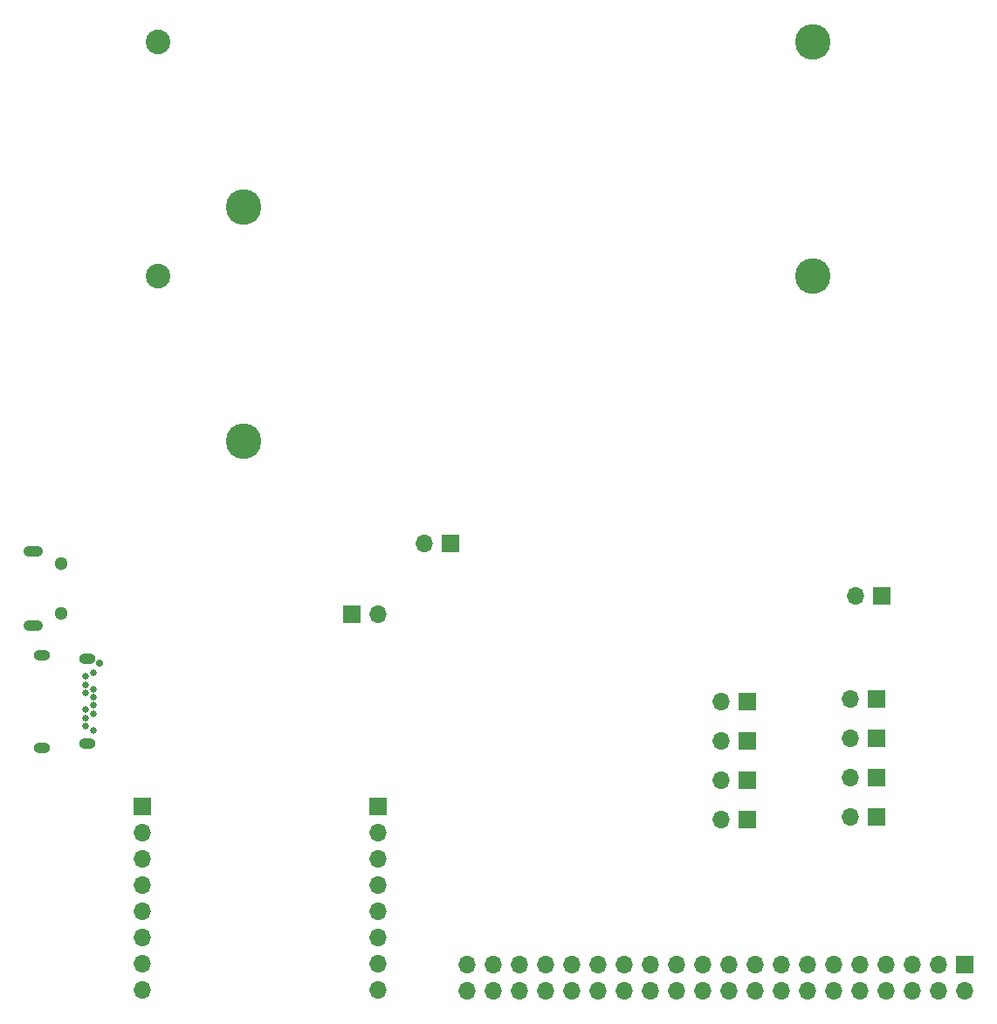
<source format=gbr>
%TF.GenerationSoftware,KiCad,Pcbnew,(6.0.8)*%
%TF.CreationDate,2023-04-19T09:48:05+02:00*%
%TF.ProjectId,Group22_Power,47726f75-7032-4325-9f50-6f7765722e6b,rev?*%
%TF.SameCoordinates,Original*%
%TF.FileFunction,Soldermask,Bot*%
%TF.FilePolarity,Negative*%
%FSLAX46Y46*%
G04 Gerber Fmt 4.6, Leading zero omitted, Abs format (unit mm)*
G04 Created by KiCad (PCBNEW (6.0.8)) date 2023-04-19 09:48:05*
%MOMM*%
%LPD*%
G01*
G04 APERTURE LIST*
%ADD10R,1.700000X1.700000*%
%ADD11O,1.700000X1.700000*%
%ADD12C,3.450000*%
%ADD13C,2.390000*%
%ADD14C,0.700000*%
%ADD15O,1.600000X1.000000*%
%ADD16C,0.650000*%
%ADD17O,1.900000X1.070000*%
%ADD18C,1.300000*%
G04 APERTURE END LIST*
D10*
%TO.C,J1*%
X99678845Y-94358028D03*
D11*
X97138845Y-94358028D03*
%TD*%
D10*
%TO.C,J12*%
X128525000Y-121156142D03*
D11*
X125985000Y-121156142D03*
%TD*%
D12*
%TO.C,BT1*%
X79650000Y-61790000D03*
X134850000Y-45790000D03*
D13*
X71320000Y-45790000D03*
%TD*%
D14*
%TO.C,J8*%
X65700000Y-106021315D03*
D15*
X60060000Y-114186315D03*
X64450000Y-113826315D03*
X64450000Y-105566315D03*
X60060000Y-105206315D03*
D16*
X65050000Y-112496315D03*
X64350000Y-112096315D03*
X64350000Y-111296315D03*
X65050000Y-110896315D03*
X64350000Y-110496315D03*
X65050000Y-110096315D03*
X65050000Y-109296315D03*
X64350000Y-108896315D03*
X65050000Y-108496315D03*
X64350000Y-108096315D03*
X64350000Y-107296315D03*
X65050000Y-106896315D03*
%TD*%
D17*
%TO.C,J3*%
X59275636Y-95161938D03*
D18*
X61975636Y-101186938D03*
X61975636Y-96336938D03*
D17*
X59275636Y-102361938D03*
%TD*%
D12*
%TO.C,BT2*%
X134850000Y-68500000D03*
D13*
X71320000Y-68500000D03*
D12*
X79650000Y-84500000D03*
%TD*%
D10*
%TO.C,J15*%
X141025000Y-117106142D03*
D11*
X138485000Y-117106142D03*
%TD*%
D10*
%TO.C,J2*%
X141525000Y-99500000D03*
D11*
X138985000Y-99500000D03*
%TD*%
D10*
%TO.C,J14*%
X141025000Y-113306142D03*
D11*
X138485000Y-113306142D03*
%TD*%
D10*
%TO.C,J16*%
X141012716Y-120906142D03*
D11*
X138472716Y-120906142D03*
%TD*%
D10*
%TO.C,J11*%
X128525000Y-117356142D03*
D11*
X125985000Y-117356142D03*
%TD*%
D10*
%TO.C,J13*%
X141025000Y-109506142D03*
D11*
X138485000Y-109506142D03*
%TD*%
D10*
%TO.C,J9*%
X128525000Y-109756142D03*
D11*
X125985000Y-109756142D03*
%TD*%
D10*
%TO.C,J10*%
X128525000Y-113556142D03*
D11*
X125985000Y-113556142D03*
%TD*%
D10*
%TO.C,J6*%
X90113845Y-101260981D03*
D11*
X92653845Y-101260981D03*
%TD*%
D10*
%TO.C,J4*%
X92725000Y-119875000D03*
D11*
X92725000Y-122415000D03*
X92725000Y-124955000D03*
X92725000Y-127495000D03*
X92725000Y-130035000D03*
X92725000Y-132575000D03*
X92725000Y-135115000D03*
X92725000Y-137655000D03*
%TD*%
D10*
%TO.C,J7*%
X149540000Y-135210000D03*
D11*
X149540000Y-137750000D03*
X147000000Y-135210000D03*
X147000000Y-137750000D03*
X144460000Y-135210000D03*
X144460000Y-137750000D03*
X141920000Y-135210000D03*
X141920000Y-137750000D03*
X139380000Y-135210000D03*
X139380000Y-137750000D03*
X136840000Y-135210000D03*
X136840000Y-137750000D03*
X134300000Y-135210000D03*
X134300000Y-137750000D03*
X131760000Y-135210000D03*
X131760000Y-137750000D03*
X129220000Y-135210000D03*
X129220000Y-137750000D03*
X126680000Y-135210000D03*
X126680000Y-137750000D03*
X124140000Y-135210000D03*
X124140000Y-137750000D03*
X121600000Y-135210000D03*
X121600000Y-137750000D03*
X119060000Y-135210000D03*
X119060000Y-137750000D03*
X116520000Y-135210000D03*
X116520000Y-137750000D03*
X113980000Y-135210000D03*
X113980000Y-137750000D03*
X111440000Y-135210000D03*
X111440000Y-137750000D03*
X108900000Y-135210000D03*
X108900000Y-137750000D03*
X106360000Y-135210000D03*
X106360000Y-137750000D03*
X103820000Y-135210000D03*
X103820000Y-137750000D03*
X101280000Y-135210000D03*
X101280000Y-137750000D03*
%TD*%
D10*
%TO.C,J5*%
X69859465Y-119875000D03*
D11*
X69859465Y-122415000D03*
X69859465Y-124955000D03*
X69859465Y-127495000D03*
X69859465Y-130035000D03*
X69859465Y-132575000D03*
X69859465Y-135115000D03*
X69859465Y-137655000D03*
%TD*%
M02*

</source>
